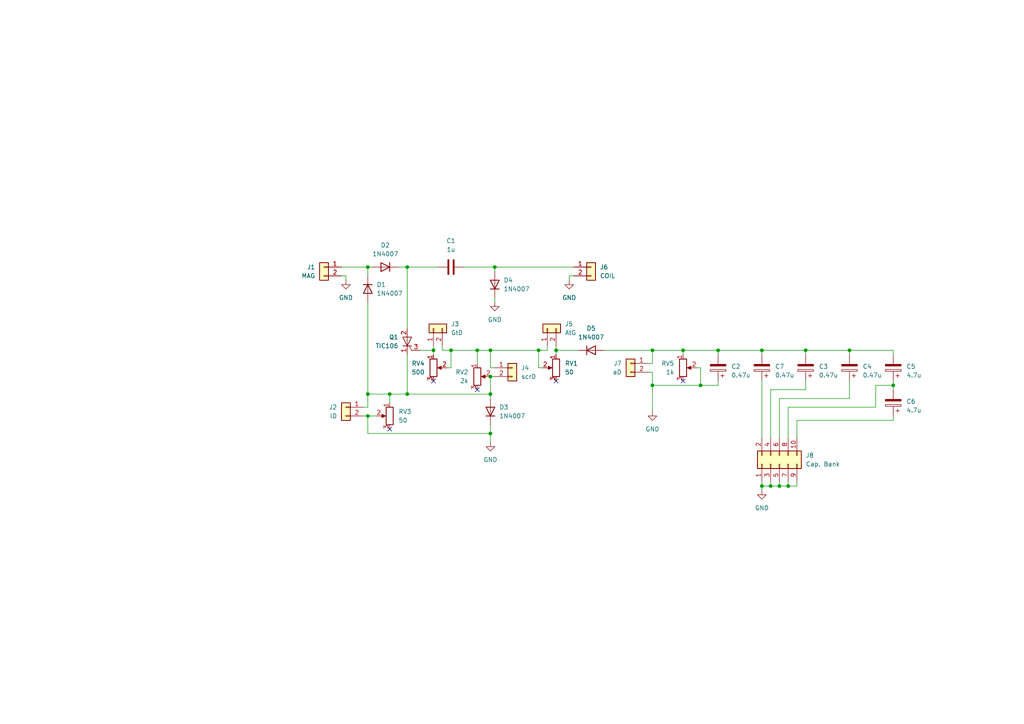
<source format=kicad_sch>
(kicad_sch (version 20230121) (generator eeschema)
  (paper "A4")
  (title_block (title "Potentiometer Motorized Bike CDI Dev Board") (date "2024-01-15") (rev "2") (company "MBI Ignitions"))
  (lib_symbols
    (symbol "Connector_Generic:Conn_01x02" (pin_names (offset 1.016) hide)
      (property "Reference" "J" (at 0 2.54 0))
      (property "Value" "Conn_01x02" (at 0 -5.08 0))
      (symbol "Conn_01x02_1_1"
        (rectangle (start -1.27 -2.413) (end 0 -2.667) (stroke (width 0.1524)))
        (rectangle (start -1.27 0.127) (end 0 -0.127) (stroke (width 0.1524)))
        (rectangle (start -1.27 1.27) (end 1.27 -3.81) (stroke (width 0.254)) (fill (type background)))
        (pin passive line (at -5.08 0 0) (length 3.81) (name "Pin_1") (number "1"))
        (pin passive line (at -5.08 -2.54 0) (length 3.81) (name "Pin_2") (number "2"))
      )
    )
    (symbol "Connector_Generic:Conn_02x05_Odd_Even" (pin_names (offset 1.016) hide)
      (property "Reference" "J" (at 1.27 7.62 0))
      (property "Value" "Conn_02x05_Odd_Even" (at 1.27 -7.62 0))
      (symbol "Conn_02x05_Odd_Even_1_1"
        (rectangle (start -1.27 -4.953) (end 0 -5.207) (stroke (width 0.1524)))
        (rectangle (start -1.27 -2.413) (end 0 -2.667) (stroke (width 0.1524)))
        (rectangle (start -1.27 0.127) (end 0 -0.127) (stroke (width 0.1524)))
        (rectangle (start -1.27 2.667) (end 0 2.413) (stroke (width 0.1524)))
        (rectangle (start -1.27 5.207) (end 0 4.953) (stroke (width 0.1524)))
        (rectangle (start -1.27 6.35) (end 3.81 -6.35) (stroke (width 0.254)) (fill (type background)))
        (rectangle (start 3.81 -4.953) (end 2.54 -5.207) (stroke (width 0.1524)))
        (rectangle (start 3.81 -2.413) (end 2.54 -2.667) (stroke (width 0.1524)))
        (rectangle (start 3.81 0.127) (end 2.54 -0.127) (stroke (width 0.1524)))
        (rectangle (start 3.81 2.667) (end 2.54 2.413) (stroke (width 0.1524)))
        (rectangle (start 3.81 5.207) (end 2.54 4.953) (stroke (width 0.1524)))
        (pin passive line (at -5.08 5.08 0) (length 3.81) (name "Pin_1") (number "1"))
        (pin passive line (at 7.62 -5.08 180) (length 3.81) (name "Pin_10") (number "10"))
        (pin passive line (at 7.62 5.08 180) (length 3.81) (name "Pin_2") (number "2"))
        (pin passive line (at -5.08 2.54 0) (length 3.81) (name "Pin_3") (number "3"))
        (pin passive line (at 7.62 2.54 180) (length 3.81) (name "Pin_4") (number "4"))
        (pin passive line (at -5.08 0 0) (length 3.81) (name "Pin_5") (number "5"))
        (pin passive line (at 7.62 0 180) (length 3.81) (name "Pin_6") (number "6"))
        (pin passive line (at -5.08 -2.54 0) (length 3.81) (name "Pin_7") (number "7"))
        (pin passive line (at 7.62 -2.54 180) (length 3.81) (name "Pin_8") (number "8"))
        (pin passive line (at -5.08 -5.08 0) (length 3.81) (name "Pin_9") (number "9"))
      )
    )
    (symbol "Device:C" (pin_numbers hide) (pin_names (offset 0.254))
      (property "Reference" "C" (at 0.635 2.54 0))
      (property "Value" "C" (at 0.635 -2.54 0))
      (symbol "C_0_1"
        (polyline (pts (xy -2.032 -0.762) (xy 2.032 -0.762)) (stroke (width 0.508)))
        (polyline (pts (xy -2.032 0.762) (xy 2.032 0.762)) (stroke (width 0.508)))
      )
      (symbol "C_1_1"
        (pin passive line (at 0 3.81 270) (length 2.794) (name "~") (number "1"))
        (pin passive line (at 0 -3.81 90) (length 2.794) (name "~") (number "2"))
      )
    )
    (symbol "Device:C_Polarized" (pin_numbers hide) (pin_names (offset 0.254))
      (property "Reference" "C" (at 0.635 2.54 0))
      (property "Value" "C_Polarized" (at 0.635 -2.54 0))
      (symbol "C_Polarized_0_1"
        (rectangle (start -2.286 0.508) (end 2.286 1.016))
        (polyline (pts (xy -1.778 2.286) (xy -0.762 2.286)))
        (polyline (pts (xy -1.27 2.794) (xy -1.27 1.778)))
        (rectangle (start 2.286 -0.508) (end -2.286 -1.016) (fill (type outline)))
      )
      (symbol "C_Polarized_1_1"
        (pin passive line (at 0 3.81 270) (length 2.794) (name "~") (number "1"))
        (pin passive line (at 0 -3.81 90) (length 2.794) (name "~") (number "2"))
      )
    )
    (symbol "Device:R_Potentiometer" (pin_names (offset 1.016) hide)
      (property "Reference" "RV" (at -4.445 0 90))
      (property "Value" "R_Potentiometer" (at -2.54 0 90))
      (symbol "R_Potentiometer_0_1"
        (polyline (pts (xy 2.54 0) (xy 1.524 0)))
        (polyline (pts (xy 1.143 0) (xy 2.286 0.508) (xy 2.286 -0.508) (xy 1.143 0)) (fill (type outline)))
        (rectangle (start 1.016 2.54) (end -1.016 -2.54) (stroke (width 0.254)))
      )
      (symbol "R_Potentiometer_1_1"
        (pin passive line (at 0 3.81 270) (length 1.27) (name "1") (number "1"))
        (pin passive line (at 3.81 0 180) (length 1.27) (name "2") (number "2"))
        (pin passive line (at 0 -3.81 90) (length 1.27) (name "3") (number "3"))
      )
    )
    (symbol "Diode:1N4007" (pin_numbers hide) (pin_names hide)
      (property "Reference" "D" (at 0 2.54 0))
      (property "Value" "1N4007" (at 0 -2.54 0))
      (symbol "1N4007_0_1"
        (polyline (pts (xy -1.27 1.27) (xy -1.27 -1.27)) (stroke (width 0.254)))
        (polyline (pts (xy 1.27 0) (xy -1.27 0)))
        (polyline (pts (xy 1.27 1.27) (xy 1.27 -1.27) (xy -1.27 0) (xy 1.27 1.27)) (stroke (width 0.254)))
      )
      (symbol "1N4007_1_1"
        (pin passive line (at -3.81 0 0) (length 2.54) (name "K") (number "1"))
        (pin passive line (at 3.81 0 180) (length 2.54) (name "A") (number "2"))
      )
    )
    (symbol "Triac_Thyristor:TIC106" (pin_names (offset 0) hide)
      (property "Reference" "Q" (at 2.54 1.905 0))
      (property "Value" "TIC106" (at 2.54 0 0))
      (symbol "TIC106_0_1"
        (polyline (pts (xy -1.27 -2.54) (xy -0.635 -1.27)))
        (polyline (pts (xy -1.27 -1.27) (xy 1.27 -1.27)) (stroke (width 0.2032)))
        (polyline (pts (xy 0 -2.54) (xy 0 2.54)))
        (polyline (pts (xy -1.27 1.27) (xy 1.27 1.27) (xy 0 -1.27) (xy -1.27 1.27)) (stroke (width 0.2032)))
      )
      (symbol "TIC106_1_1"
        (pin passive line (at 0 -3.81 90) (length 2.54) (name "K") (number "1"))
        (pin passive line (at 0 3.81 270) (length 2.54) (name "A") (number "2"))
        (pin input line (at -3.81 -2.54 0) (length 2.54) (name "G") (number "3"))
      )
    )
    (symbol "power:GND" (power) (pin_names (offset 0))
      (property "Value" "GND" (at 0 -3.81 0))
      (symbol "GND_0_1"
        (polyline (pts (xy 0 0) (xy 0 -1.27) (xy 1.27 -1.27) (xy 0 -2.54) (xy -1.27 -1.27) (xy 0 -1.27)))
      )
      (symbol "GND_1_1"
        (pin power_in line (at 0 0 270) (length 0) hide (name "GND") (number "1"))
      )
    )
  )
  (junction (at 161.29 101.6))
  (junction (at 226.06 140.97))
  (junction (at 223.52 140.97))
  (junction (at 142.24 109.22))
  (junction (at 113.03 114.3))
  (junction (at 143.51 77.47))
  (junction (at 142.24 101.6))
  (junction (at 189.23 101.6))
  (junction (at 203.2 111.76))
  (junction (at 118.11 114.3))
  (junction (at 142.24 114.3))
  (junction (at 125.73 101.6))
  (junction (at 220.98 101.6))
  (junction (at 246.38 101.6))
  (junction (at 118.11 77.47))
  (junction (at 156.21 101.6))
  (junction (at 142.24 125.73))
  (junction (at 208.28 101.6))
  (junction (at 106.68 114.3))
  (junction (at 189.23 111.76))
  (junction (at 106.68 120.65))
  (junction (at 130.81 101.6))
  (junction (at 106.68 77.47))
  (junction (at 259.08 111.76))
  (junction (at 198.12 101.6))
  (junction (at 220.98 140.97))
  (junction (at 228.6 140.97))
  (junction (at 233.68 101.6))
  (junction (at 138.43 101.6))
  (no_connect (at 198.12 110.49))
  (no_connect (at 161.29 110.49))
  (no_connect (at 138.43 113.03))
  (no_connect (at 113.03 124.46))
  (no_connect (at 125.73 110.49))
  (wire (pts (xy 208.28 101.6) (xy 208.28 102.87)))
  (wire (pts (xy 259.08 102.87) (xy 259.08 101.6)))
  (wire (pts (xy 142.24 123.19) (xy 142.24 125.73)))
  (wire (pts (xy 246.38 101.6) (xy 259.08 101.6)))
  (wire (pts (xy 143.51 109.22) (xy 142.24 109.22)))
  (wire (pts (xy 208.28 111.76) (xy 203.2 111.76)))
  (wire (pts (xy 106.68 125.73) (xy 142.24 125.73)))
  (wire (pts (xy 231.14 127) (xy 231.14 121.92)))
  (wire (pts (xy 121.92 101.6) (xy 125.73 101.6)))
  (wire (pts (xy 118.11 102.87) (xy 118.11 114.3)))
  (wire (pts (xy 226.06 127) (xy 226.06 115.57)))
  (wire (pts (xy 198.12 101.6) (xy 208.28 101.6)))
  (wire (pts (xy 189.23 107.95) (xy 189.23 111.76)))
  (wire (pts (xy 165.1 80.01) (xy 165.1 81.28)))
  (wire (pts (xy 142.24 101.6) (xy 142.24 106.68)))
  (wire (pts (xy 226.06 139.7) (xy 226.06 140.97)))
  (wire (pts (xy 106.68 87.63) (xy 106.68 114.3)))
  (wire (pts (xy 105.41 120.65) (xy 106.68 120.65)))
  (wire (pts (xy 125.73 101.6) (xy 125.73 102.87)))
  (wire (pts (xy 198.12 101.6) (xy 198.12 102.87)))
  (wire (pts (xy 233.68 101.6) (xy 246.38 101.6)))
  (wire (pts (xy 161.29 101.6) (xy 167.64 101.6)))
  (wire (pts (xy 201.93 106.68) (xy 203.2 106.68)))
  (wire (pts (xy 246.38 115.57) (xy 246.38 110.49)))
  (wire (pts (xy 99.06 77.47) (xy 106.68 77.47)))
  (wire (pts (xy 208.28 101.6) (xy 220.98 101.6)))
  (wire (pts (xy 106.68 120.65) (xy 106.68 125.73)))
  (wire (pts (xy 156.21 101.6) (xy 158.75 101.6)))
  (wire (pts (xy 231.14 140.97) (xy 228.6 140.97)))
  (wire (pts (xy 223.52 139.7) (xy 223.52 140.97)))
  (wire (pts (xy 113.03 114.3) (xy 118.11 114.3)))
  (wire (pts (xy 233.68 102.87) (xy 233.68 101.6)))
  (wire (pts (xy 106.68 114.3) (xy 113.03 114.3)))
  (wire (pts (xy 220.98 139.7) (xy 220.98 140.97)))
  (wire (pts (xy 175.26 101.6) (xy 189.23 101.6)))
  (wire (pts (xy 231.14 121.92) (xy 259.08 121.92)))
  (wire (pts (xy 105.41 118.11) (xy 106.68 118.11)))
  (wire (pts (xy 220.98 101.6) (xy 233.68 101.6)))
  (wire (pts (xy 246.38 101.6) (xy 246.38 102.87)))
  (wire (pts (xy 228.6 127) (xy 228.6 118.11)))
  (wire (pts (xy 259.08 111.76) (xy 259.08 113.03)))
  (wire (pts (xy 254 118.11) (xy 254 111.76)))
  (wire (pts (xy 156.21 106.68) (xy 156.21 101.6)))
  (wire (pts (xy 158.75 101.6) (xy 158.75 100.33)))
  (wire (pts (xy 161.29 100.33) (xy 161.29 101.6)))
  (wire (pts (xy 187.96 105.41) (xy 189.23 105.41)))
  (wire (pts (xy 228.6 139.7) (xy 228.6 140.97)))
  (wire (pts (xy 130.81 101.6) (xy 138.43 101.6)))
  (wire (pts (xy 157.48 106.68) (xy 156.21 106.68)))
  (wire (pts (xy 143.51 86.36) (xy 143.51 87.63)))
  (wire (pts (xy 189.23 111.76) (xy 203.2 111.76)))
  (wire (pts (xy 254 111.76) (xy 259.08 111.76)))
  (wire (pts (xy 233.68 113.03) (xy 233.68 110.49)))
  (wire (pts (xy 118.11 77.47) (xy 127 77.47)))
  (wire (pts (xy 118.11 114.3) (xy 142.24 114.3)))
  (wire (pts (xy 115.57 77.47) (xy 118.11 77.47)))
  (wire (pts (xy 138.43 105.41) (xy 138.43 101.6)))
  (wire (pts (xy 106.68 80.01) (xy 106.68 77.47)))
  (wire (pts (xy 129.54 106.68) (xy 130.81 106.68)))
  (wire (pts (xy 128.27 100.33) (xy 128.27 101.6)))
  (wire (pts (xy 142.24 115.57) (xy 142.24 114.3)))
  (wire (pts (xy 142.24 109.22) (xy 142.24 114.3)))
  (wire (pts (xy 161.29 101.6) (xy 161.29 102.87)))
  (wire (pts (xy 166.37 80.01) (xy 165.1 80.01)))
  (wire (pts (xy 143.51 77.47) (xy 166.37 77.47)))
  (wire (pts (xy 223.52 140.97) (xy 220.98 140.97)))
  (wire (pts (xy 100.33 80.01) (xy 100.33 81.28)))
  (wire (pts (xy 226.06 115.57) (xy 246.38 115.57)))
  (wire (pts (xy 143.51 106.68) (xy 142.24 106.68)))
  (wire (pts (xy 203.2 106.68) (xy 203.2 111.76)))
  (wire (pts (xy 134.62 77.47) (xy 143.51 77.47)))
  (wire (pts (xy 259.08 121.92) (xy 259.08 120.65)))
  (wire (pts (xy 143.51 77.47) (xy 143.51 78.74)))
  (wire (pts (xy 208.28 110.49) (xy 208.28 111.76)))
  (wire (pts (xy 187.96 107.95) (xy 189.23 107.95)))
  (wire (pts (xy 118.11 77.47) (xy 118.11 95.25)))
  (wire (pts (xy 231.14 139.7) (xy 231.14 140.97)))
  (wire (pts (xy 106.68 118.11) (xy 106.68 114.3)))
  (wire (pts (xy 259.08 110.49) (xy 259.08 111.76)))
  (wire (pts (xy 189.23 101.6) (xy 198.12 101.6)))
  (wire (pts (xy 130.81 101.6) (xy 128.27 101.6)))
  (wire (pts (xy 226.06 140.97) (xy 223.52 140.97)))
  (wire (pts (xy 125.73 101.6) (xy 125.73 100.33)))
  (wire (pts (xy 106.68 120.65) (xy 109.22 120.65)))
  (wire (pts (xy 99.06 80.01) (xy 100.33 80.01)))
  (wire (pts (xy 223.52 113.03) (xy 233.68 113.03)))
  (wire (pts (xy 142.24 125.73) (xy 142.24 128.27)))
  (wire (pts (xy 142.24 101.6) (xy 156.21 101.6)))
  (wire (pts (xy 228.6 118.11) (xy 254 118.11)))
  (wire (pts (xy 220.98 110.49) (xy 220.98 127)))
  (wire (pts (xy 228.6 140.97) (xy 226.06 140.97)))
  (wire (pts (xy 220.98 140.97) (xy 220.98 142.24)))
  (wire (pts (xy 138.43 101.6) (xy 142.24 101.6)))
  (wire (pts (xy 220.98 102.87) (xy 220.98 101.6)))
  (wire (pts (xy 130.81 106.68) (xy 130.81 101.6)))
  (wire (pts (xy 106.68 77.47) (xy 107.95 77.47)))
  (wire (pts (xy 223.52 127) (xy 223.52 113.03)))
  (wire (pts (xy 113.03 116.84) (xy 113.03 114.3)))
  (wire (pts (xy 189.23 101.6) (xy 189.23 105.41)))
  (wire (pts (xy 189.23 111.76) (xy 189.23 119.38)))
  (symbol (lib_id "Device:R_Potentiometer") (at 125.73 106.68 0) (unit 1)
    (property "Reference" "RV4" (at 123.19 105.41 0) (effects (justify right)))
    (property "Value" "500" (at 123.19 107.95 0) (effects (justify right)))
    (property "Footprint" "Potentiometer_THT:Potentiometer_Bourns_3296W_Vertical" (effects hide))
  )
  (symbol (lib_id "Device:C_Polarized") (at 246.38 106.68 180) (unit 1)
    (property "Reference" "C4" (at 250.19 106.299 0) (effects (justify right)))
    (property "Value" "0.47u" (at 250.19 108.839 0) (effects (justify right)))
    (property "Footprint" "Capacitor_THT:CP_Radial_Tantal_D5.5mm_P2.50mm" (effects hide))
  )
  (symbol (lib_id "Connector_Generic:Conn_02x05_Odd_Even") (at 226.06 134.62 90) (unit 1)
    (property "Reference" "J8" (at 233.68 132.08 90) (effects (justify right)))
    (property "Value" "Cap. Bank" (at 233.68 134.62 90) (effects (justify right)))
    (property "Footprint" "Connector_PinHeader_2.54mm:PinHeader_2x05_P2.54mm_Vertical" (effects hide))
  )
  (symbol (lib_id "Diode:1N4007") (at 111.76 77.47 180) (unit 1)
    (property "Reference" "D2" (at 111.76 71.12 0))
    (property "Value" "1N4007" (at 111.76 73.66 0))
    (property "Footprint" "Diode_THT:D_DO-41_SOD81_P7.62mm_Horizontal" (effects hide))
    (property "Datasheet" "http://www.vishay.com/docs/88503/1n4001.pdf" (effects hide))
    (property "Sim.Device" "D" (effects hide))
    (property "Sim.Pins" "1=K 2=A" (effects hide))
  )
  (symbol (lib_id "Connector_Generic:Conn_01x02") (at 125.73 95.25 90) (unit 1)
    (property "Reference" "J3" (at 130.81 93.98 90) (effects (justify right)))
    (property "Value" "GtD" (at 130.81 96.52 90) (effects (justify right)))
    (property "Footprint" "TestPoint:TestPoint_2Pads_Pitch2.54mm_Drill0.8mm" (effects hide))
  )
  (symbol (lib_id "Device:C_Polarized") (at 259.08 116.84 180) (unit 1)
    (property "Reference" "C6" (at 262.89 116.459 0) (effects (justify right)))
    (property "Value" "4.7u" (at 262.89 118.999 0) (effects (justify right)))
    (property "Footprint" "Capacitor_THT:CP_Radial_Tantal_D5.5mm_P2.50mm" (effects hide))
  )
  (symbol (lib_id "Device:C_Polarized") (at 220.98 106.68 180) (unit 1)
    (property "Reference" "C7" (at 224.79 106.299 0) (effects (justify right)))
    (property "Value" "0.47u" (at 224.79 108.839 0) (effects (justify right)))
    (property "Footprint" "Capacitor_THT:CP_Radial_Tantal_D5.5mm_P2.50mm" (effects hide))
  )
  (symbol (lib_id "Device:R_Potentiometer") (at 161.29 106.68 0) (mirror y) (unit 1)
    (property "Reference" "RV1" (at 163.83 105.41 0) (effects (justify right)))
    (property "Value" "50" (at 163.83 107.95 0) (effects (justify right)))
    (property "Footprint" "Potentiometer_THT:Potentiometer_Bourns_3296W_Vertical" (effects hide))
  )
  (symbol (lib_id "Device:C_Polarized") (at 233.68 106.68 180) (unit 1)
    (property "Reference" "C3" (at 237.49 106.299 0) (effects (justify right)))
    (property "Value" "0.47u" (at 237.49 108.839 0) (effects (justify right)))
    (property "Footprint" "Capacitor_THT:CP_Radial_Tantal_D5.5mm_P2.50mm" (effects hide))
  )
  (symbol (lib_id "Diode:1N4007") (at 142.24 119.38 90) (unit 1)
    (property "Reference" "D3" (at 144.78 118.11 90) (effects (justify right)))
    (property "Value" "1N4007" (at 144.78 120.65 90) (effects (justify right)))
    (property "Footprint" "Diode_THT:D_DO-41_SOD81_P7.62mm_Horizontal" (effects hide))
    (property "Datasheet" "http://www.vishay.com/docs/88503/1n4001.pdf" (effects hide))
    (property "Sim.Device" "D" (effects hide))
    (property "Sim.Pins" "1=K 2=A" (effects hide))
  )
  (symbol (lib_id "Diode:1N4007") (at 106.68 83.82 270) (unit 1)
    (property "Reference" "D1" (at 109.22 82.55 90) (effects (justify left)))
    (property "Value" "1N4007" (at 109.22 85.09 90) (effects (justify left)))
    (property "Footprint" "Diode_THT:D_DO-41_SOD81_P7.62mm_Horizontal" (effects hide))
    (property "Datasheet" "http://www.vishay.com/docs/88503/1n4001.pdf" (effects hide))
    (property "Sim.Device" "D" (effects hide))
    (property "Sim.Pins" "1=K 2=A" (effects hide))
  )
  (symbol (lib_id "power:GND") (at 142.24 128.27 0) (unit 1)
    (property "Reference" "#PWR02" (effects hide))
    (property "Value" "GND" (at 142.24 133.35 0))
  )
  (symbol (lib_id "Connector_Generic:Conn_01x02") (at 171.45 77.47 0) (unit 1)
    (property "Reference" "J6" (at 173.99 77.47 0) (effects (justify left)))
    (property "Value" "COIL" (at 173.99 80.01 0) (effects (justify left)))
    (property "Footprint" "Connector_Wire:SolderWire-2.5sqmm_1x02_P7.2mm_D2.4mm_OD3.6mm" (effects hide))
  )
  (symbol (lib_id "Triac_Thyristor:TIC106") (at 118.11 99.06 0) (mirror y) (unit 1)
    (property "Reference" "Q1" (at 115.57 97.79 0) (effects (justify left)))
    (property "Value" "TIC106" (at 115.57 100.33 0) (effects (justify left)))
    (property "Footprint" "Package_TO_SOT_THT:TO-220-3_Vertical" (effects hide))
    (property "Datasheet" "http://pdf.datasheetcatalog.com/datasheet/PowerInnovations/mXyzrtvs.pdf" (effects hide))
  )
  (symbol (lib_id "Device:R_Potentiometer") (at 198.12 106.68 0) (unit 1)
    (property "Reference" "RV5" (at 195.58 105.41 0) (effects (justify right)))
    (property "Value" "1k" (at 195.58 107.95 0) (effects (justify right)))
    (property "Footprint" "Potentiometer_THT:Potentiometer_Bourns_3296W_Vertical" (effects hide))
  )
  (symbol (lib_id "Device:R_Potentiometer") (at 138.43 109.22 0) (unit 1)
    (property "Reference" "RV2" (at 135.89 107.95 0) (effects (justify right)))
    (property "Value" "2k" (at 135.89 110.49 0) (effects (justify right)))
    (property "Footprint" "Potentiometer_THT:Potentiometer_Bourns_3296W_Vertical" (effects hide))
  )
  (symbol (lib_id "Connector_Generic:Conn_01x02") (at 148.59 106.68 0) (unit 1)
    (property "Reference" "J4" (at 151.13 106.68 0) (effects (justify left)))
    (property "Value" "scrD" (at 151.13 109.22 0) (effects (justify left)))
    (property "Footprint" "TestPoint:TestPoint_2Pads_Pitch2.54mm_Drill0.8mm" (effects hide))
  )
  (symbol (lib_id "Diode:1N4007") (at 171.45 101.6 0) (unit 1)
    (property "Reference" "D5" (at 171.45 95.25 0))
    (property "Value" "1N4007" (at 171.45 97.79 0))
    (property "Footprint" "Diode_THT:D_DO-41_SOD81_P7.62mm_Horizontal" (effects hide))
    (property "Datasheet" "http://www.vishay.com/docs/88503/1n4001.pdf" (effects hide))
    (property "Sim.Device" "D" (effects hide))
    (property "Sim.Pins" "1=K 2=A" (effects hide))
  )
  (symbol (lib_id "Device:C_Polarized") (at 208.28 106.68 180) (unit 1)
    (property "Reference" "C2" (at 212.09 106.299 0) (effects (justify right)))
    (property "Value" "0.47u" (at 212.09 108.839 0) (effects (justify right)))
    (property "Footprint" "Capacitor_THT:CP_Radial_Tantal_D5.5mm_P2.50mm" (effects hide))
  )
  (symbol (lib_id "Connector_Generic:Conn_01x02") (at 93.98 77.47 0) (mirror y) (unit 1)
    (property "Reference" "J1" (at 91.44 77.47 0) (effects (justify left)))
    (property "Value" "MAG" (at 91.44 80.01 0) (effects (justify left)))
    (property "Footprint" "Connector_Wire:SolderWire-2.5sqmm_1x02_P7.2mm_D2.4mm_OD3.6mm" (effects hide))
  )
  (symbol (lib_id "Device:R_Potentiometer") (at 113.03 120.65 0) (mirror y) (unit 1)
    (property "Reference" "RV3" (at 115.57 119.38 0) (effects (justify right)))
    (property "Value" "50" (at 115.57 121.92 0) (effects (justify right)))
    (property "Footprint" "Potentiometer_THT:Potentiometer_Bourns_3296W_Vertical" (effects hide))
  )
  (symbol (lib_id "power:GND") (at 143.51 87.63 0) (unit 1)
    (property "Reference" "#PWR03" (effects hide))
    (property "Value" "GND" (at 143.51 92.71 0))
  )
  (symbol (lib_id "Connector_Generic:Conn_01x02") (at 158.75 95.25 90) (unit 1)
    (property "Reference" "J5" (at 163.83 93.98 90) (effects (justify right)))
    (property "Value" "AtG" (at 163.83 96.52 90) (effects (justify right)))
    (property "Footprint" "TestPoint:TestPoint_2Pads_Pitch2.54mm_Drill0.8mm" (effects hide))
  )
  (symbol (lib_id "Device:C_Polarized") (at 259.08 106.68 180) (unit 1)
    (property "Reference" "C5" (at 262.89 106.299 0) (effects (justify right)))
    (property "Value" "4.7u" (at 262.89 108.839 0) (effects (justify right)))
    (property "Footprint" "Capacitor_THT:CP_Radial_Tantal_D5.5mm_P2.50mm" (effects hide))
  )
  (symbol (lib_id "power:GND") (at 100.33 81.28 0) (unit 1)
    (property "Reference" "#PWR01" (effects hide))
    (property "Value" "GND" (at 100.33 86.36 0))
  )
  (symbol (lib_id "power:GND") (at 220.98 142.24 0) (unit 1)
    (property "Reference" "#PWR06" (effects hide))
    (property "Value" "GND" (at 220.98 147.32 0))
  )
  (symbol (lib_id "Connector_Generic:Conn_01x02") (at 100.33 118.11 0) (mirror y) (unit 1)
    (property "Reference" "J2" (at 97.79 118.11 0) (effects (justify left)))
    (property "Value" "lD" (at 97.79 120.65 0) (effects (justify left)))
    (property "Footprint" "TestPoint:TestPoint_2Pads_Pitch2.54mm_Drill0.8mm" (effects hide))
  )
  (symbol (lib_id "power:GND") (at 189.23 119.38 0) (unit 1)
    (property "Reference" "#PWR05" (effects hide))
    (property "Value" "GND" (at 189.23 124.46 0))
  )
  (symbol (lib_id "Device:C") (at 130.81 77.47 90) (unit 1)
    (property "Reference" "C1" (at 130.81 69.85 90))
    (property "Value" "1u" (at 130.81 72.39 90))
    (property "Footprint" "Capacitor_THT:C_Rect_L26.5mm_W10.5mm_P22.50mm_MKS4" (effects hide))
  )
  (symbol (lib_id "Diode:1N4007") (at 143.51 82.55 90) (unit 1)
    (property "Reference" "D4" (at 146.05 81.28 90) (effects (justify right)))
    (property "Value" "1N4007" (at 146.05 83.82 90) (effects (justify right)))
    (property "Footprint" "Diode_THT:D_DO-41_SOD81_P7.62mm_Horizontal" (effects hide))
    (property "Datasheet" "http://www.vishay.com/docs/88503/1n4001.pdf" (effects hide))
    (property "Sim.Device" "D" (effects hide))
    (property "Sim.Pins" "1=K 2=A" (effects hide))
  )
  (symbol (lib_id "power:GND") (at 165.1 81.28 0) (unit 1)
    (property "Reference" "#PWR04" (effects hide))
    (property "Value" "GND" (at 165.1 86.36 0))
  )
  (symbol (lib_id "Connector_Generic:Conn_01x02") (at 182.88 105.41 0) (mirror y) (unit 1)
    (property "Reference" "J7" (at 180.34 105.41 0) (effects (justify left)))
    (property "Value" "aD" (at 180.34 107.95 0) (effects (justify left)))
    (property "Footprint" "TestPoint:TestPoint_2Pads_Pitch2.54mm_Drill0.8mm" (effects hide))
  )
)
</source>
